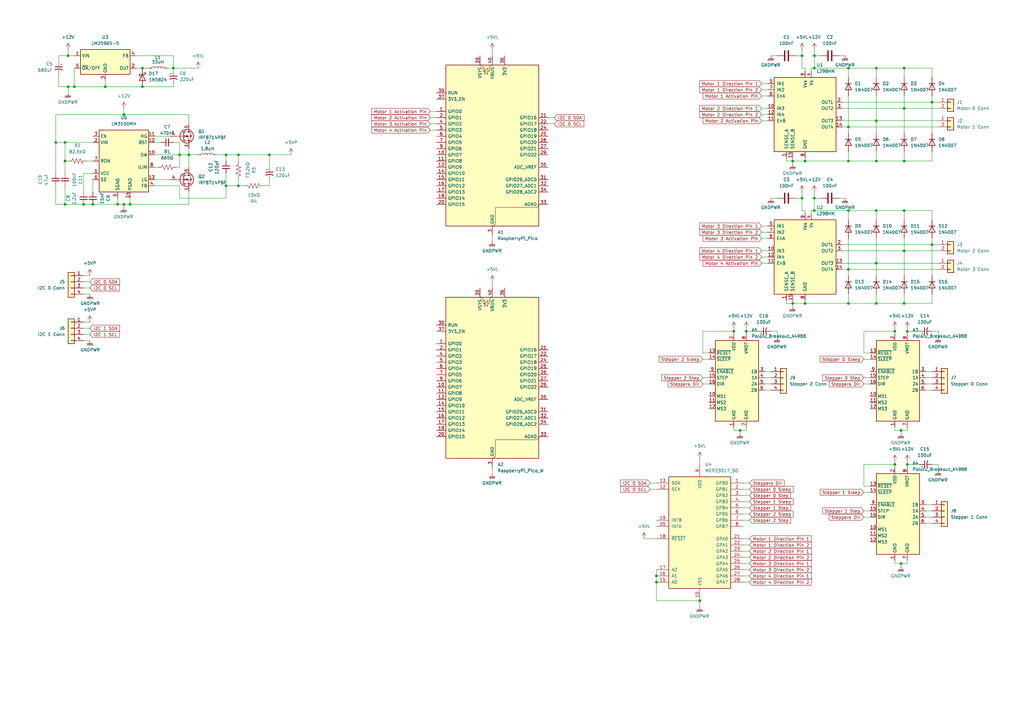
<source format=kicad_sch>
(kicad_sch (version 20250114) (generator "eeschema") (generator_version "9.0")
  (paper "A3")
  (junction (at 27.94 22.86))
  (junction (at 26.67 66.04))
  (junction (at 334.01 86.36))
  (junction (at 287.02 246.38))
  (junction (at 30.48 35.56))
  (junction (at 370.84 44.45))
  (junction (at 50.8 83.82))
  (junction (at 359.41 27.94))
  (junction (at 38.1 83.82))
  (junction (at 48.26 83.82))
  (junction (at 370.84 66.04))
  (junction (at 328.93 81.28))
  (junction (at 269.24 238.76))
  (junction (at 370.84 124.46))
  (junction (at 26.67 58.42))
  (junction (at 71.12 27.94))
  (junction (at 34.29 83.82))
  (junction (at 382.27 100.33))
  (junction (at 325.12 66.04))
  (junction (at 306.07 135.89))
  (junction (at 359.41 49.53))
  (junction (at 300.99 135.89))
  (junction (at 110.49 63.5))
  (junction (at 53.34 83.82))
  (junction (at 73.66 63.5))
  (junction (at 58.42 27.94))
  (junction (at 347.98 27.94))
  (junction (at 330.2 66.04))
  (junction (at 269.24 236.22))
  (junction (at 334.01 22.86))
  (junction (at 77.47 63.5))
  (junction (at 43.18 35.56))
  (junction (at 97.79 76.2))
  (junction (at 347.98 52.07))
  (junction (at 334.01 81.28))
  (junction (at 50.8 46.99))
  (junction (at 359.41 124.46))
  (junction (at 347.98 110.49))
  (junction (at 359.41 107.95))
  (junction (at 334.01 27.94))
  (junction (at 303.53 176.53))
  (junction (at 92.71 63.5))
  (junction (at 372.11 190.5))
  (junction (at 347.98 66.04))
  (junction (at 369.57 231.14))
  (junction (at 22.86 58.42))
  (junction (at 347.98 86.36))
  (junction (at 347.98 124.46))
  (junction (at 367.03 135.89))
  (junction (at 370.84 86.36))
  (junction (at 26.67 83.82))
  (junction (at 359.41 66.04))
  (junction (at 382.27 41.91))
  (junction (at 325.12 124.46))
  (junction (at 367.03 190.5))
  (junction (at 370.84 102.87))
  (junction (at 330.2 124.46))
  (junction (at 370.84 27.94))
  (junction (at 372.11 135.89))
  (junction (at 97.79 63.5))
  (junction (at 369.57 176.53))
  (junction (at 92.71 76.2))
  (junction (at 58.42 35.56))
  (junction (at 27.94 35.56))
  (junction (at 328.93 22.86))
  (junction (at 359.41 86.36))
  (wire (pts (xy 269.24 233.68) (xy 269.24 236.22)))
  (wire (pts (xy 347.98 66.04) (xy 359.41 66.04)))
  (wire (pts (xy 354.33 212.09) (xy 356.87 212.09)))
  (wire (pts (xy 359.41 107.95) (xy 359.41 113.03)))
  (wire (pts (xy 372.11 189.23) (xy 372.11 190.5)))
  (wire (pts (xy 77.47 60.96) (xy 77.47 63.5)))
  (wire (pts (xy 370.84 62.23) (xy 370.84 66.04)))
  (wire (pts (xy 326.39 81.28) (xy 328.93 81.28)))
  (wire (pts (xy 303.53 177.8) (xy 303.53 176.53)))
  (wire (pts (xy 332.74 86.36) (xy 334.01 86.36)))
  (wire (pts (xy 266.7 198.12) (xy 269.24 198.12)))
  (wire (pts (xy 307.34 205.74) (xy 304.8 205.74)))
  (wire (pts (xy 312.42 49.53) (xy 314.96 49.53)))
  (wire (pts (xy 26.67 66.04) (xy 27.94 66.04)))
  (wire (pts (xy 367.03 229.87) (xy 367.03 231.14)))
  (wire (pts (xy 359.41 124.46) (xy 370.84 124.46)))
  (wire (pts (xy 313.69 152.4) (xy 316.23 152.4)))
  (wire (pts (xy 307.34 231.14) (xy 304.8 231.14)))
  (wire (pts (xy 382.27 135.89) (xy 384.81 135.89)))
  (wire (pts (xy 72.39 68.58) (xy 73.66 68.58)))
  (wire (pts (xy 312.42 105.41) (xy 314.96 105.41)))
  (wire (pts (xy 318.77 135.89) (xy 318.77 138.43)))
  (wire (pts (xy 34.29 118.11) (xy 36.83 118.11)))
  (wire (pts (xy 307.34 203.2) (xy 304.8 203.2)))
  (wire (pts (xy 354.33 209.55) (xy 356.87 209.55)))
  (wire (pts (xy 316.23 22.86) (xy 318.77 22.86)))
  (wire (pts (xy 34.29 115.57) (xy 36.83 115.57)))
  (wire (pts (xy 370.84 124.46) (xy 382.27 124.46)))
  (wire (pts (xy 370.84 66.04) (xy 382.27 66.04)))
  (wire (pts (xy 63.5 58.42) (xy 66.04 58.42)))
  (wire (pts (xy 369.57 232.41) (xy 369.57 231.14)))
  (wire (pts (xy 22.86 76.2) (xy 22.86 83.82)))
  (wire (pts (xy 24.13 22.86) (xy 24.13 25.4)))
  (wire (pts (xy 359.41 62.23) (xy 359.41 66.04)))
  (wire (pts (xy 201.93 96.52) (xy 201.93 99.06)))
  (wire (pts (xy 325.12 64.77) (xy 325.12 66.04)))
  (wire (pts (xy 379.73 214.63) (xy 382.27 214.63)))
  (wire (pts (xy 328.93 78.74) (xy 328.93 81.28)))
  (wire (pts (xy 345.44 110.49) (xy 347.98 110.49)))
  (wire (pts (xy 176.53 48.26) (xy 179.07 48.26)))
  (wire (pts (xy 359.41 66.04) (xy 370.84 66.04)))
  (wire (pts (xy 288.29 147.32) (xy 290.83 147.32)))
  (wire (pts (xy 307.34 210.82) (xy 304.8 210.82)))
  (wire (pts (xy 379.73 154.94) (xy 382.27 154.94)))
  (wire (pts (xy 306.07 176.53) (xy 303.53 176.53)))
  (wire (pts (xy 370.84 86.36) (xy 370.84 90.17)))
  (wire (pts (xy 372.11 135.89) (xy 377.19 135.89)))
  (wire (pts (xy 307.34 208.28) (xy 304.8 208.28)))
  (wire (pts (xy 330.2 27.94) (xy 330.2 29.21)))
  (wire (pts (xy 264.16 220.98) (xy 269.24 220.98)))
  (wire (pts (xy 372.11 190.5) (xy 377.19 190.5)))
  (wire (pts (xy 110.49 68.58) (xy 110.49 63.5)))
  (wire (pts (xy 288.29 144.78) (xy 288.29 135.89)))
  (wire (pts (xy 384.81 190.5) (xy 384.81 193.04)))
  (wire (pts (xy 307.34 233.68) (xy 304.8 233.68)))
  (wire (pts (xy 110.49 76.2) (xy 107.95 76.2)))
  (wire (pts (xy 73.66 63.5) (xy 73.66 68.58)))
  (wire (pts (xy 359.41 49.53) (xy 384.81 49.53)))
  (wire (pts (xy 77.47 63.5) (xy 81.28 63.5)))
  (wire (pts (xy 334.01 86.36) (xy 347.98 86.36)))
  (wire (pts (xy 334.01 81.28) (xy 336.55 81.28)))
  (wire (pts (xy 322.58 123.19) (xy 322.58 124.46)))
  (wire (pts (xy 288.29 144.78) (xy 290.83 144.78)))
  (wire (pts (xy 367.03 175.26) (xy 367.03 176.53)))
  (wire (pts (xy 316.23 81.28) (xy 318.77 81.28)))
  (wire (pts (xy 330.2 86.36) (xy 328.93 86.36)))
  (wire (pts (xy 344.17 81.28) (xy 346.71 81.28)))
  (wire (pts (xy 382.27 120.65) (xy 382.27 124.46)))
  (wire (pts (xy 201.93 20.32) (xy 201.93 22.86)))
  (wire (pts (xy 370.84 27.94) (xy 370.84 31.75)))
  (wire (pts (xy 345.44 41.91) (xy 382.27 41.91)))
  (wire (pts (xy 55.88 27.94) (xy 58.42 27.94)))
  (wire (pts (xy 50.8 46.99) (xy 22.86 46.99)))
  (wire (pts (xy 312.42 36.83) (xy 314.96 36.83)))
  (wire (pts (xy 345.44 102.87) (xy 370.84 102.87)))
  (wire (pts (xy 38.1 83.82) (xy 48.26 83.82)))
  (wire (pts (xy 201.93 191.77) (xy 201.93 194.31)))
  (wire (pts (xy 330.2 87.63) (xy 330.2 86.36)))
  (wire (pts (xy 88.9 63.5) (xy 92.71 63.5)))
  (wire (pts (xy 347.98 39.37) (xy 347.98 52.07)))
  (wire (pts (xy 287.02 187.96) (xy 287.02 190.5)))
  (wire (pts (xy 73.66 63.5) (xy 77.47 63.5)))
  (wire (pts (xy 77.47 63.5) (xy 77.47 68.58)))
  (wire (pts (xy 312.42 97.79) (xy 314.96 97.79)))
  (wire (pts (xy 110.49 73.66) (xy 110.49 76.2)))
  (wire (pts (xy 73.66 76.2) (xy 63.5 76.2)))
  (wire (pts (xy 330.2 124.46) (xy 347.98 124.46)))
  (wire (pts (xy 334.01 22.86) (xy 334.01 27.94)))
  (wire (pts (xy 379.73 152.4) (xy 382.27 152.4)))
  (wire (pts (xy 367.03 134.62) (xy 367.03 135.89)))
  (wire (pts (xy 370.84 102.87) (xy 384.81 102.87)))
  (wire (pts (xy 354.33 199.39) (xy 356.87 199.39)))
  (wire (pts (xy 359.41 107.95) (xy 384.81 107.95)))
  (wire (pts (xy 345.44 49.53) (xy 359.41 49.53)))
  (wire (pts (xy 55.88 22.86) (xy 71.12 22.86)))
  (wire (pts (xy 328.93 22.86) (xy 328.93 27.94)))
  (wire (pts (xy 307.34 236.22) (xy 304.8 236.22)))
  (wire (pts (xy 345.44 100.33) (xy 382.27 100.33)))
  (wire (pts (xy 347.98 97.79) (xy 347.98 110.49)))
  (wire (pts (xy 22.86 71.12) (xy 22.86 58.42)))
  (wire (pts (xy 367.03 231.14) (xy 369.57 231.14)))
  (wire (pts (xy 354.33 147.32) (xy 356.87 147.32)))
  (wire (pts (xy 30.48 22.86) (xy 27.94 22.86)))
  (wire (pts (xy 77.47 83.82) (xy 53.34 83.82)))
  (wire (pts (xy 97.79 76.2) (xy 100.33 76.2)))
  (wire (pts (xy 325.12 124.46) (xy 325.12 125.73)))
  (wire (pts (xy 322.58 64.77) (xy 322.58 66.04)))
  (wire (pts (xy 334.01 20.32) (xy 334.01 22.86)))
  (wire (pts (xy 359.41 27.94) (xy 359.41 31.75)))
  (wire (pts (xy 359.41 90.17) (xy 359.41 86.36)))
  (wire (pts (xy 330.2 124.46) (xy 325.12 124.46)))
  (wire (pts (xy 382.27 100.33) (xy 382.27 113.03)))
  (wire (pts (xy 300.99 176.53) (xy 303.53 176.53)))
  (wire (pts (xy 38.1 73.66) (xy 38.1 78.74)))
  (wire (pts (xy 334.01 27.94) (xy 347.98 27.94)))
  (wire (pts (xy 307.34 226.06) (xy 304.8 226.06)))
  (wire (pts (xy 367.03 176.53) (xy 369.57 176.53)))
  (wire (pts (xy 71.12 22.86) (xy 71.12 27.94)))
  (wire (pts (xy 370.84 44.45) (xy 384.81 44.45)))
  (wire (pts (xy 312.42 95.25) (xy 314.96 95.25)))
  (wire (pts (xy 372.11 175.26) (xy 372.11 176.53)))
  (wire (pts (xy 77.47 78.74) (xy 77.47 83.82)))
  (wire (pts (xy 382.27 100.33) (xy 384.81 100.33)))
  (wire (pts (xy 27.94 35.56) (xy 30.48 35.56)))
  (wire (pts (xy 307.34 213.36) (xy 304.8 213.36)))
  (wire (pts (xy 71.12 27.94) (xy 81.28 27.94)))
  (wire (pts (xy 312.42 46.99) (xy 314.96 46.99)))
  (wire (pts (xy 370.84 44.45) (xy 370.84 54.61)))
  (wire (pts (xy 347.98 110.49) (xy 347.98 113.03)))
  (wire (pts (xy 36.83 139.7) (xy 34.29 139.7)))
  (wire (pts (xy 22.86 46.99) (xy 22.86 58.42)))
  (wire (pts (xy 382.27 31.75) (xy 382.27 27.94)))
  (wire (pts (xy 43.18 35.56) (xy 30.48 35.56)))
  (wire (pts (xy 288.29 154.94) (xy 290.83 154.94)))
  (wire (pts (xy 382.27 86.36) (xy 370.84 86.36)))
  (wire (pts (xy 77.47 50.8) (xy 77.47 46.99)))
  (wire (pts (xy 307.34 223.52) (xy 304.8 223.52)))
  (wire (pts (xy 307.34 220.98) (xy 304.8 220.98)))
  (wire (pts (xy 307.34 238.76) (xy 304.8 238.76)))
  (wire (pts (xy 58.42 35.56) (xy 71.12 35.56)))
  (wire (pts (xy 347.98 90.17) (xy 347.98 86.36)))
  (wire (pts (xy 287.02 246.38) (xy 287.02 248.92)))
  (wire (pts (xy 370.84 86.36) (xy 359.41 86.36)))
  (wire (pts (xy 22.86 58.42) (xy 26.67 58.42)))
  (wire (pts (xy 347.98 27.94) (xy 359.41 27.94)))
  (wire (pts (xy 372.11 231.14) (xy 369.57 231.14)))
  (wire (pts (xy 288.29 135.89) (xy 300.99 135.89)))
  (wire (pts (xy 379.73 207.01) (xy 382.27 207.01)))
  (wire (pts (xy 347.98 62.23) (xy 347.98 66.04)))
  (wire (pts (xy 354.33 190.5) (xy 367.03 190.5)))
  (wire (pts (xy 201.93 115.57) (xy 201.93 118.11)))
  (wire (pts (xy 34.29 137.16) (xy 36.83 137.16)))
  (wire (pts (xy 269.24 238.76) (xy 269.24 246.38)))
  (wire (pts (xy 92.71 63.5) (xy 92.71 66.04)))
  (wire (pts (xy 110.49 63.5) (xy 119.38 63.5)))
  (wire (pts (xy 359.41 86.36) (xy 347.98 86.36)))
  (wire (pts (xy 71.12 34.29) (xy 71.12 35.56)))
  (wire (pts (xy 306.07 135.89) (xy 306.07 137.16)))
  (wire (pts (xy 77.47 46.99) (xy 50.8 46.99)))
  (wire (pts (xy 334.01 78.74) (xy 334.01 81.28)))
  (wire (pts (xy 359.41 39.37) (xy 359.41 49.53)))
  (wire (pts (xy 312.42 39.37) (xy 314.96 39.37)))
  (wire (pts (xy 312.42 44.45) (xy 314.96 44.45)))
  (wire (pts (xy 313.69 157.48) (xy 316.23 157.48)))
  (wire (pts (xy 176.53 50.8) (xy 179.07 50.8)))
  (wire (pts (xy 269.24 236.22) (xy 269.24 238.76)))
  (wire (pts (xy 300.99 135.89) (xy 300.99 137.16)))
  (wire (pts (xy 359.41 120.65) (xy 359.41 124.46)))
  (wire (pts (xy 345.44 52.07) (xy 347.98 52.07)))
  (wire (pts (xy 382.27 97.79) (xy 382.27 100.33)))
  (wire (pts (xy 313.69 160.02) (xy 316.23 160.02)))
  (wire (pts (xy 382.27 190.5) (xy 384.81 190.5)))
  (wire (pts (xy 322.58 66.04) (xy 325.12 66.04)))
  (wire (pts (xy 328.93 27.94) (xy 330.2 27.94)))
  (wire (pts (xy 312.42 107.95) (xy 314.96 107.95)))
  (wire (pts (xy 334.01 81.28) (xy 334.01 86.36)))
  (wire (pts (xy 27.94 35.56) (xy 27.94 38.1)))
  (wire (pts (xy 92.71 63.5) (xy 97.79 63.5)))
  (wire (pts (xy 30.48 27.94) (xy 30.48 35.56)))
  (wire (pts (xy 354.33 135.89) (xy 367.03 135.89)))
  (wire (pts (xy 328.93 20.32) (xy 328.93 22.86)))
  (wire (pts (xy 359.41 27.94) (xy 370.84 27.94)))
  (wire (pts (xy 288.29 157.48) (xy 290.83 157.48)))
  (wire (pts (xy 312.42 92.71) (xy 314.96 92.71)))
  (wire (pts (xy 58.42 27.94) (xy 60.96 27.94)))
  (wire (pts (xy 92.71 81.28) (xy 92.71 76.2)))
  (wire (pts (xy 382.27 41.91) (xy 382.27 54.61)))
  (wire (pts (xy 73.66 76.2) (xy 73.66 81.28)))
  (wire (pts (xy 34.29 71.12) (xy 38.1 71.12)))
  (wire (pts (xy 334.01 27.94) (xy 332.74 27.94)))
  (wire (pts (xy 35.56 66.04) (xy 38.1 66.04)))
  (wire (pts (xy 379.73 160.02) (xy 382.27 160.02)))
  (wire (pts (xy 379.73 209.55) (xy 382.27 209.55)))
  (wire (pts (xy 359.41 97.79) (xy 359.41 107.95)))
  (wire (pts (xy 306.07 175.26) (xy 306.07 176.53)))
  (wire (pts (xy 372.11 135.89) (xy 372.11 137.16)))
  (wire (pts (xy 26.67 83.82) (xy 34.29 83.82)))
  (wire (pts (xy 370.84 97.79) (xy 370.84 102.87)))
  (wire (pts (xy 92.71 76.2) (xy 97.79 76.2)))
  (wire (pts (xy 372.11 134.62) (xy 372.11 135.89)))
  (wire (pts (xy 344.17 22.86) (xy 346.71 22.86)))
  (wire (pts (xy 370.84 120.65) (xy 370.84 124.46)))
  (wire (pts (xy 312.42 102.87) (xy 314.96 102.87)))
  (wire (pts (xy 48.26 81.28) (xy 48.26 83.82)))
  (wire (pts (xy 36.83 113.03) (xy 34.29 113.03)))
  (wire (pts (xy 50.8 83.82) (xy 53.34 83.82)))
  (wire (pts (xy 71.12 27.94) (xy 71.12 29.21)))
  (wire (pts (xy 269.24 246.38) (xy 287.02 246.38)))
  (wire (pts (xy 369.57 177.8) (xy 369.57 176.53)))
  (wire (pts (xy 379.73 157.48) (xy 382.27 157.48)))
  (wire (pts (xy 345.44 44.45) (xy 370.84 44.45)))
  (wire (pts (xy 332.74 27.94) (xy 332.74 29.21)))
  (wire (pts (xy 43.18 35.56) (xy 43.18 33.02)))
  (wire (pts (xy 354.33 144.78) (xy 354.33 135.89)))
  (wire (pts (xy 384.81 135.89) (xy 384.81 138.43)))
  (wire (pts (xy 24.13 35.56) (xy 27.94 35.56)))
  (wire (pts (xy 370.84 102.87) (xy 370.84 113.03)))
  (wire (pts (xy 266.7 200.66) (xy 269.24 200.66)))
  (wire (pts (xy 382.27 90.17) (xy 382.27 86.36)))
  (wire (pts (xy 367.03 135.89) (xy 367.03 137.16)))
  (wire (pts (xy 372.11 176.53) (xy 369.57 176.53)))
  (wire (pts (xy 372.11 229.87) (xy 372.11 231.14)))
  (wire (pts (xy 307.34 198.12) (xy 304.8 198.12)))
  (wire (pts (xy 34.29 78.74) (xy 34.29 71.12)))
  (wire (pts (xy 326.39 22.86) (xy 328.93 22.86)))
  (wire (pts (xy 332.74 87.63) (xy 332.74 86.36)))
  (wire (pts (xy 330.2 64.77) (xy 330.2 66.04)))
  (wire (pts (xy 24.13 30.48) (xy 24.13 35.56)))
  (wire (pts (xy 36.83 132.08) (xy 34.29 132.08)))
  (wire (pts (xy 328.93 81.28) (xy 328.93 86.36)))
  (wire (pts (xy 347.98 110.49) (xy 384.81 110.49)))
  (wire (pts (xy 347.98 52.07) (xy 347.98 54.61)))
  (wire (pts (xy 347.98 52.07) (xy 384.81 52.07)))
  (wire (pts (xy 325.12 66.04) (xy 330.2 66.04)))
  (wire (pts (xy 372.11 190.5) (xy 372.11 191.77)))
  (wire (pts (xy 24.13 22.86) (xy 27.94 22.86)))
  (wire (pts (xy 97.79 76.2) (xy 97.79 73.66)))
  (wire (pts (xy 92.71 71.12) (xy 92.71 76.2)))
  (wire (pts (xy 379.73 212.09) (xy 382.27 212.09)))
  (wire (pts (xy 325.12 66.04) (xy 325.12 67.31)))
  (wire (pts (xy 354.33 144.78) (xy 356.87 144.78)))
  (wire (pts (xy 367.03 190.5) (xy 367.03 191.77)))
  (wire (pts (xy 300.99 175.26) (xy 300.99 176.53)))
  (wire (pts (xy 316.23 135.89) (xy 318.77 135.89)))
  (wire (pts (xy 224.79 48.26) (xy 227.33 48.26)))
  (wire (pts (xy 34.29 134.62) (xy 36.83 134.62)))
  (wire (pts (xy 73.66 58.42) (xy 73.66 63.5)))
  (wire (pts (xy 224.79 50.8) (xy 227.33 50.8)))
  (wire (pts (xy 312.42 34.29) (xy 314.96 34.29)))
  (wire (pts (xy 300.99 134.62) (xy 300.99 135.89)))
  (wire (pts (xy 176.53 53.34) (xy 179.07 53.34)))
  (wire (pts (xy 354.33 157.48) (xy 356.87 157.48)))
  (wire (pts (xy 325.12 124.46) (xy 325.12 123.19)))
  (wire (pts (xy 306.07 135.89) (xy 311.15 135.89)))
  (wire (pts (xy 382.27 62.23) (xy 382.27 66.04)))
  (wire (pts (xy 354.33 154.94) (xy 356.87 154.94)))
  (wire (pts (xy 347.98 66.04) (xy 330.2 66.04)))
  (wire (pts (xy 382.27 39.37) (xy 382.27 41.91)))
  (wire (pts (xy 306.07 134.62) (xy 306.07 135.89)))
  (wire (pts (xy 26.67 58.42) (xy 38.1 58.42)))
  (wire (pts (xy 345.44 107.95) (xy 359.41 107.95)))
  (wire (pts (xy 382.27 41.91) (xy 384.81 41.91)))
  (wire (pts (xy 50.8 44.45) (xy 50.8 46.99)))
  (wire (pts (xy 176.53 45.72) (xy 179.07 45.72)))
  (wire (pts (xy 50.8 83.82) (xy 50.8 85.09)))
  (wire (pts (xy 63.5 63.5) (xy 73.66 63.5)))
  (wire (pts (xy 22.86 83.82) (xy 26.67 83.82)))
  (wire (pts (xy 48.26 83.82) (xy 50.8 83.82)))
  (wire (pts (xy 36.83 120.65) (xy 34.29 120.65)))
  (wire (pts (xy 307.34 228.6) (xy 304.8 228.6)))
  (wire (pts (xy 330.2 123.19) (xy 330.2 124.46)))
  (wire (pts (xy 27.94 22.86) (xy 27.94 20.32)))
  (wire (pts (xy 307.34 200.66) (xy 304.8 200.66)))
  (wire (pts (xy 347.98 120.65) (xy 347.98 124.46)))
  (wire (pts (xy 53.34 81.28) (xy 53.34 83.82)))
  (wire (pts (xy 71.12 58.42) (xy 73.66 58.42)))
  (wire (pts (xy 347.98 27.94) (xy 347.98 31.75)))
  (wire (pts (xy 354.33 199.39) (xy 354.33 190.5)))
  (wire (pts (xy 334.01 22.86) (xy 336.55 22.86)))
  (wire (pts (xy 354.33 201.93) (xy 356.87 201.93)))
  (wire (pts (xy 313.69 154.94) (xy 316.23 154.94)))
  (wire (pts (xy 43.18 35.56) (xy 58.42 35.56)))
  (wire (pts (xy 73.66 81.28) (xy 92.71 81.28)))
  (wire (pts (xy 370.84 27.94) (xy 382.27 27.94)))
  (wire (pts (xy 367.03 189.23) (xy 367.03 190.5)))
  (wire (pts (xy 63.5 68.58) (xy 64.77 68.58)))
  (wire (pts (xy 26.67 66.04) (xy 26.67 71.12)))
  (wire (pts (xy 34.29 83.82) (xy 38.1 83.82)))
  (wire (pts (xy 347.98 124.46) (xy 359.41 124.46)))
  (wire (pts (xy 97.79 66.04) (xy 97.79 63.5)))
  (wire (pts (xy 71.12 27.94) (xy 68.58 27.94)))
  (wire (pts (xy 26.67 58.42) (xy 26.67 66.04)))
  (wire (pts (xy 63.5 55.88) (xy 69.85 55.88)))
  (wire (pts (xy 26.67 76.2) (xy 26.67 83.82)))
  (wire (pts (xy 370.84 39.37) (xy 370.84 44.45)))
  (wire (pts (xy 322.58 124.46) (xy 325.12 124.46)))
  (wire (pts (xy 63.5 73.66) (xy 69.85 73.66)))
  (wire (pts (xy 359.41 49.53) (xy 359.41 54.61)))
  (wire (pts (xy 97.79 63.5) (xy 110.49 63.5)))
  (global_label "Stepper 0 Sleep" (shape input) (at 354.33 147.32 180) (property "Intersheetrefs" "${INTERSHEET_REFS}" (effects (hide yes))))
  (global_label "Motor 4 Activation Pin" (shape input) (at 176.53 53.34 180) (property "Intersheetrefs" "${INTERSHEET_REFS}" (effects (hide yes))))
  (global_label "Stepper 1 Sleep" (shape input) (at 354.33 201.93 180) (property "Intersheetrefs" "${INTERSHEET_REFS}" (effects (hide yes))))
  (global_label "Motor 3 Activation Pin" (shape input) (at 176.53 50.8 180) (property "Intersheetrefs" "${INTERSHEET_REFS}" (effects (hide yes))))
  (global_label "Motor 1 Direction Pin 2" (shape input) (at 307.34 223.52 0) (property "Intersheetrefs" "${INTERSHEET_REFS}" (effects (hide yes))))
  (global_label "Motor 2 Activation Pin" (shape input) (at 312.42 49.53 180) (property "Intersheetrefs" "${INTERSHEET_REFS}" (effects (hide yes))))
  (global_label "I2C 0 SDA" (shape input) (at 266.7 198.12 180) (property "Intersheetrefs" "${INTERSHEET_REFS}" (effects (hide yes))))
  (global_label "Motor 3 Direction Pin 2" (shape input) (at 307.34 233.68 0) (property "Intersheetrefs" "${INTERSHEET_REFS}" (effects (hide yes))))
  (global_label "Stepper 0 Sleep" (shape input) (at 307.34 200.66 0) (property "Intersheetrefs" "${INTERSHEET_REFS}" (effects (hide yes))))
  (global_label "I2C 1 SCL" (shape input) (at 36.83 137.16 0) (property "Intersheetrefs" "${INTERSHEET_REFS}" (effects (hide yes))))
  (global_label "Motor 3 Activation Pin" (shape input) (at 312.42 97.79 180) (property "Intersheetrefs" "${INTERSHEET_REFS}" (effects (hide yes))))
  (global_label "Motor 1 Activation Pin" (shape input) (at 312.42 39.37 180) (property "Intersheetrefs" "${INTERSHEET_REFS}" (effects (hide yes))))
  (global_label "I2C 0 SCL" (shape input) (at 227.33 50.8 0) (property "Intersheetrefs" "${INTERSHEET_REFS}" (effects (hide yes))))
  (global_label "Stepper 2 Step" (shape input) (at 288.29 154.94 180) (property "Intersheetrefs" "${INTERSHEET_REFS}" (effects (hide yes))))
  (global_label "Motor 2 Direction Pin 1" (shape input) (at 312.42 44.45 180) (property "Intersheetrefs" "${INTERSHEET_REFS}" (effects (hide yes))))
  (global_label "Steppers Dir" (shape input) (at 354.33 157.48 180) (property "Intersheetrefs" "${INTERSHEET_REFS}" (effects (hide yes))))
  (global_label "Stepper 2 Step" (shape input) (at 307.34 213.36 0) (property "Intersheetrefs" "${INTERSHEET_REFS}" (effects (hide yes))))
  (global_label "I2C 1 SDA" (shape input) (at 36.83 134.62 0) (property "Intersheetrefs" "${INTERSHEET_REFS}" (effects (hide yes))))
  (global_label "Motor 3 Direction Pin 2" (shape input) (at 312.42 95.25 180) (property "Intersheetrefs" "${INTERSHEET_REFS}" (effects (hide yes))))
  (global_label "Motor 1 Activation Pin" (shape input) (at 176.53 45.72 180) (property "Intersheetrefs" "${INTERSHEET_REFS}" (effects (hide yes))))
  (global_label "Steppers Dir" (shape input) (at 288.29 157.48 180) (property "Intersheetrefs" "${INTERSHEET_REFS}" (effects (hide yes))))
  (global_label "Motor 1 Direction Pin 2" (shape input) (at 312.42 36.83 180) (property "Intersheetrefs" "${INTERSHEET_REFS}" (effects (hide yes))))
  (global_label "Motor 2 Direction Pin 2" (shape input) (at 312.42 46.99 180) (property "Intersheetrefs" "${INTERSHEET_REFS}" (effects (hide yes))))
  (global_label "Stepper 0 Step" (shape input) (at 354.33 154.94 180) (property "Intersheetrefs" "${INTERSHEET_REFS}" (effects (hide yes))))
  (global_label "I2C 0 SCL" (shape input) (at 36.83 118.11 0) (property "Intersheetrefs" "${INTERSHEET_REFS}" (effects (hide yes))))
  (global_label "Motor 4 Direction Pin 2" (shape input) (at 312.42 105.41 180) (property "Intersheetrefs" "${INTERSHEET_REFS}" (effects (hide yes))))
  (global_label "Motor 4 Activation Pin" (shape input) (at 312.42 107.95 180) (property "Intersheetrefs" "${INTERSHEET_REFS}" (effects (hide yes))))
  (global_label "Motor 4 Direction Pin 1" (shape input) (at 312.42 102.87 180) (property "Intersheetrefs" "${INTERSHEET_REFS}" (effects (hide yes))))
  (global_label "I2C 0 SCL" (shape input) (at 266.7 200.66 180) (property "Intersheetrefs" "${INTERSHEET_REFS}" (effects (hide yes))))
  (global_label "I2C 0 SDA" (shape input) (at 227.33 48.26 0) (property "Intersheetrefs" "${INTERSHEET_REFS}" (effects (hide yes))))
  (global_label "Motor 2 Activation Pin" (shape input) (at 176.53 48.26 180) (property "Intersheetrefs" "${INTERSHEET_REFS}" (effects (hide yes))))
  (global_label "Motor 4 Direction Pin 2" (shape input) (at 307.34 238.76 0) (property "Intersheetrefs" "${INTERSHEET_REFS}" (effects (hide yes))))
  (global_label "Stepper 0 Step" (shape input) (at 307.34 203.2 0) (property "Intersheetrefs" "${INTERSHEET_REFS}" (effects (hide yes))))
  (global_label "Stepper 1 Step" (shape input) (at 354.33 209.55 180) (property "Intersheetrefs" "${INTERSHEET_REFS}" (effects (hide yes))))
  (global_label "I2C 0 SDA" (shape input) (at 36.83 115.57 0) (property "Intersheetrefs" "${INTERSHEET_REFS}" (effects (hide yes))))
  (global_label "Stepper 2 Sleep" (shape input) (at 307.34 210.82 0) (property "Intersheetrefs" "${INTERSHEET_REFS}" (effects (hide yes))))
  (global_label "Motor 1 Direction Pin 1" (shape input) (at 312.42 34.29 180) (property "Intersheetrefs" "${INTERSHEET_REFS}" (effects (hide yes))))
  (global_label "Stepper 1 Step" (shape input) (at 307.34 208.28 0) (property "Intersheetrefs" "${INTERSHEET_REFS}" (effects (hide yes))))
  (global_label "Motor 3 Direction Pin 1" (shape input) (at 307.34 231.14 0) (property "Intersheetrefs" "${INTERSHEET_REFS}" (effects (hide yes))))
  (global_label "Stepper 1 Sleep" (shape input) (at 307.34 205.74 0) (property "Intersheetrefs" "${INTERSHEET_REFS}" (effects (hide yes))))
  (global_label "Steppers Dir" (shape input) (at 307.34 198.12 0) (property "Intersheetrefs" "${INTERSHEET_REFS}" (effects (hide yes))))
  (global_label "Motor 2 Direction Pin 1" (shape input) (at 307.34 226.06 0) (property "Intersheetrefs" "${INTERSHEET_REFS}" (effects (hide yes))))
  (global_label "Stepper 2 Sleep" (shape input) (at 288.29 147.32 180) (property "Intersheetrefs" "${INTERSHEET_REFS}" (effects (hide yes))))
  (global_label "Motor 2 Direction Pin 2" (shape input) (at 307.34 228.6 0) (property "Intersheetrefs" "${INTERSHEET_REFS}" (effects (hide yes))))
  (global_label "Steppers Dir" (shape input) (at 354.33 212.09 180) (property "Intersheetrefs" "${INTERSHEET_REFS}" (effects (hide yes))))
  (global_label "Motor 1 Direction Pin 1" (shape input) (at 307.34 220.98 0) (property "Intersheetrefs" "${INTERSHEET_REFS}" (effects (hide yes))))
  (global_label "Motor 3 Direction Pin 1" (shape input) (at 312.42 92.71 180) (property "Intersheetrefs" "${INTERSHEET_REFS}" (effects (hide yes))))
  (global_label "Motor 4 Direction Pin 1" (shape input) (at 307.34 236.22 0) (property "Intersheetrefs" "${INTERSHEET_REFS}" (effects (hide yes))))
  (symbol (lib_id "power:GNDPWR") (at 27.94 38.1 0) (unit 1)
    (property "Reference" "#PWR014" (effects (hide yes)))
    (property "Value" "GNDPWR" (at 27.813 41.91 0))
    (property "Description" "Power symbol creates a global label with name \"GNDPWR\" , global ground" (effects (hide yes)))
  )
  (symbol (lib_id "Connector_Generic:Conn_01x02") (at 389.89 41.91 0) (unit 1)
    (property "Reference" "J1" (at 392.43 41.9099 0) (effects (justify left)))
    (property "Value" "Motor 0 Conn" (at 392.43 44.4499 0) (effects (justify left)))
    (property "Description" "Generic connector, single row, 01x02, script generated (kicad-library-utils/schlib/autogen/connector/)" (effects (hide yes)))
  )
  (symbol (lib_id "Diode:1N4007") (at 347.98 35.56 270) (unit 1)
    (property "Reference" "D1" (at 350.52 34.2899 90) (effects (justify left)))
    (property "Value" "1N4007" (at 350.52 36.8299 90) (effects (justify left)))
    (property "Footprint" "Diode_THT:D_DO-41_SOD81_P10.16mm_Horizontal" (effects (hide yes)))
    (property "Datasheet" "http://www.vishay.com/docs/88503/1n4001.pdf" (effects (hide yes)))
    (property "Description" "1000V 1A General Purpose Rectifier Diode, DO-41" (effects (hide yes)))
    (property "Sim.Device" "D" (effects (hide yes)))
    (property "Sim.Pins" "1=K 2=A" (effects (hide yes)))
  )
  (symbol (lib_id "Driver_Motor:L298HN") (at 330.2 46.99 0) (unit 1)
    (property "Reference" "U1" (at 334.8833 26.67 0) (effects (justify left)))
    (property "Value" "L298HN" (at 334.8833 29.21 0) (effects (justify left)))
    (property "Footprint" "Package_TO_SOT_THT:TO-220-15_P2.54x2.54mm_StaggerOdd_Lead5.84mm_TabDown" (effects (hide yes)))
    (property "Datasheet" "http://www.st.com/st-web-ui/static/active/en/resource/technical/document/datasheet/CD00000240.pdf" (effects (hide yes)))
    (property "Description" "Dual full bridge motor driver, up to 46V, 4A, Multiwatt15-H" (effects (hide yes)))
  )
  (symbol (lib_id "Diode:1N4007") (at 347.98 116.84 270) (unit 1)
    (property "Reference" "D13" (at 350.52 115.5699 90) (effects (justify left)))
    (property "Value" "1N4007" (at 350.52 118.1099 90) (effects (justify left)))
    (property "Footprint" "Diode_THT:D_DO-41_SOD81_P10.16mm_Horizontal" (effects (hide yes)))
    (property "Datasheet" "http://www.vishay.com/docs/88503/1n4001.pdf" (effects (hide yes)))
    (property "Description" "1000V 1A General Purpose Rectifier Diode, DO-41" (effects (hide yes)))
    (property "Sim.Device" "D" (effects (hide yes)))
    (property "Sim.Pins" "1=K 2=A" (effects (hide yes)))
  )
  (symbol (lib_id "power:GNDPWR") (at 369.57 232.41 0) (unit 1)
    (property "Reference" "#PWR031" (effects (hide yes)))
    (property "Value" "GNDPWR" (at 369.443 236.22 0))
    (property "Description" "Power symbol creates a global label with name \"GNDPWR\" , global ground" (effects (hide yes)))
  )
  (symbol (lib_id "power:+5VL") (at 201.93 115.57 0) (unit 1)
    (property "Reference" "#PWR038" (effects (hide yes)))
    (property "Value" "+5VL" (at 201.93 110.49 0))
    (property "Description" "Power symbol creates a global label with name \"+5VL\"" (effects (hide yes)))
  )
  (symbol (lib_id "Connector_Generic:Conn_01x04") (at 29.21 134.62 0) (mirror y) (unit 1)
    (property "Reference" "J6" (at 26.67 134.6199 0) (effects (justify left)))
    (property "Value" "I2C 1 Conn" (at 26.67 137.1599 0) (effects (justify left)))
    (property "Description" "Generic connector, single row, 01x04, script generated (kicad-library-utils/schlib/autogen/connector/)" (effects (hide yes)))
  )
  (symbol (lib_id "power:+12V") (at 334.01 20.32 0) (unit 1)
    (property "Reference" "#PWR04" (effects (hide yes)))
    (property "Value" "+12V" (at 334.01 15.24 0))
    (property "Description" "Power symbol creates a global label with name \"+12V\"" (effects (hide yes)))
  )
  (symbol (lib_id "power:+5VP") (at 36.83 113.03 0) (mirror y) (unit 1)
    (property "Reference" "#PWR021" (effects (hide yes)))
    (property "Value" "+5VP" (at 36.83 107.95 0))
    (property "Description" "Power symbol creates a global label with name \"+5VP\"" (effects (hide yes)))
  )
  (symbol (lib_id "power:GNDPWR") (at 346.71 81.28 0) (unit 1)
    (property "Reference" "#PWR010" (effects (hide yes)))
    (property "Value" "GNDPWR" (at 346.583 85.09 0))
    (property "Description" "Power symbol creates a global label with name \"GNDPWR\" , global ground" (effects (hide yes)))
  )
  (symbol (lib_id "Transistor_FET:IRF8721PBF-1") (at 74.93 73.66 0) (unit 1)
    (property "Reference" "Q2" (at 81.28 72.3899 0) (effects (justify left)))
    (property "Value" "IRF8714PBF" (at 81.28 74.9299 0) (effects (justify left)))
    (property "Footprint" "Package_SO:SOIC-8_3.9x4.9mm_P1.27mm" (effects (hide yes)))
    (property "Datasheet" "http://www.irf.com/product-info/datasheets/data/irf8721pbf-1.pdf" (effects (hide yes)))
    (property "Description" "14A Id, 30V Vds, HEXFET N-Channel MOSFET, SO-8" (effects (hide yes)))
  )
  (symbol (lib_id "Driver_Motor:Pololu_Breakout_A4988") (at 300.99 154.94 0) (unit 1)
    (property "Reference" "A5" (at 308.2133 134.62 0) (effects (justify left top)))
    (property "Value" "Pololu_Breakout_A4988" (at 308.2133 137.16 0) (effects (justify left top)))
    (property "Footprint" "Module:Pololu_Breakout-16_15.2x20.3mm" (effects (hide yes)))
    (property "Datasheet" "https://www.pololu.com/product/2980/pictures" (effects (hide yes)))
    (property "Description" "Pololu Breakout Board, Stepper Driver A4988" (effects (hide yes)))
  )
  (symbol (lib_id "power:GNDPWR") (at 36.83 139.7 0) (mirror y) (unit 1)
    (property "Reference" "#PWR024" (effects (hide yes)))
    (property "Value" "GNDPWR" (at 36.957 143.51 0))
    (property "Description" "Power symbol creates a global label with name \"GNDPWR\" , global ground" (effects (hide yes)))
  )
  (symbol (lib_id "power:GNDPWR") (at 316.23 22.86 0) (unit 1)
    (property "Reference" "#PWR08" (effects (hide yes)))
    (property "Value" "GNDPWR" (at 316.103 26.67 0))
    (property "Description" "Power symbol creates a global label with name \"GNDPWR\" , global ground" (effects (hide yes)))
  )
  (symbol (lib_id "Regulator_Switching:LM3150MH") (at 50.8 66.04 0) (unit 1)
    (property "Reference" "U6" (at 50.8 48.26 0))
    (property "Value" "LM3150MH" (at 50.8 50.8 0))
    (property "Footprint" "Package_SO:HTSSOP-14-1EP_4.4x5mm_P0.65mm_EP3.4x5mm_Mask3x3.1mm" (effects (hide yes)))
    (property "Datasheet" "http://www.ti.com/lit/ds/symlink/lm3150.pdf" (effects (hide yes)))
    (property "Description" "42V Wide Vin synchronous Buck controller, HTSSOP-14" (effects (hide yes)))
  )
  (symbol (lib_id "Connector_Generic:Conn_01x02") (at 389.89 100.33 0) (unit 1)
    (property "Reference" "J3" (at 392.43 100.3299 0) (effects (justify left)))
    (property "Value" "Motor 2 Conn" (at 392.43 102.8699 0) (effects (justify left)))
    (property "Description" "Generic connector, single row, 01x02, script generated (kicad-library-utils/schlib/autogen/connector/)" (effects (hide yes)))
  )
  (symbol (lib_id "Diode:1N4007") (at 359.41 58.42 270) (unit 1)
    (property "Reference" "D6" (at 361.95 57.1499 90) (effects (justify left)))
    (property "Value" "1N4007" (at 361.95 59.6899 90) (effects (justify left)))
    (property "Footprint" "Diode_THT:D_DO-41_SOD81_P10.16mm_Horizontal" (effects (hide yes)))
    (property "Datasheet" "http://www.vishay.com/docs/88503/1n4001.pdf" (effects (hide yes)))
    (property "Description" "1000V 1A General Purpose Rectifier Diode, DO-41" (effects (hide yes)))
    (property "Sim.Device" "D" (effects (hide yes)))
    (property "Sim.Pins" "1=K 2=A" (effects (hide yes)))
  )
  (symbol (lib_id "Regulator_Switching:LM2596S-5") (at 43.18 25.4 0) (unit 1)
    (property "Reference" "U3" (at 43.18 15.24 0))
    (property "Value" "LM2596S-5" (at 43.18 17.78 0))
    (property "Footprint" "Package_TO_SOT_SMD:TO-263-5_TabPin3" (effects (hide yes)))
    (property "Datasheet" "http://www.ti.com/lit/ds/symlink/lm2596.pdf" (effects (hide yes)))
    (property "Description" "5V 3A Step-Down Voltage Regulator, TO-263" (effects (hide yes)))
  )
  (symbol (lib_id "Diode:1N4007") (at 382.27 116.84 270) (unit 1)
    (property "Reference" "D16" (at 384.81 115.5699 90) (effects (justify left)))
    (property "Value" "1N4007" (at 384.81 118.1099 90) (effects (justify left)))
    (property "Footprint" "Diode_THT:D_DO-41_SOD81_P10.16mm_Horizontal" (effects (hide yes)))
    (property "Datasheet" "http://www.vishay.com/docs/88503/1n4001.pdf" (effects (hide yes)))
    (property "Description" "1000V 1A General Purpose Rectifier Diode, DO-41" (effects (hide yes)))
    (property "Sim.Device" "D" (effects (hide yes)))
    (property "Sim.Pins" "1=K 2=A" (effects (hide yes)))
  )
  (symbol (lib_id "Transistor_FET:IRF8721PBF-1") (at 74.93 55.88 0) (unit 1)
    (property "Reference" "Q1" (at 81.28 54.6099 0) (effects (justify left bottom)))
    (property "Value" "IRF8714PBF" (at 81.28 57.1499 0) (effects (justify left bottom)))
    (property "Footprint" "Package_SO:SOIC-8_3.9x4.9mm_P1.27mm" (effects (hide yes)))
    (property "Datasheet" "http://www.irf.com/product-info/datasheets/data/irf8721pbf-1.pdf" (effects (hide yes)))
    (property "Description" "14A Id, 30V Vds, HEXFET N-Channel MOSFET, SO-8" (effects (hide yes)))
  )
  (symbol (lib_id "Device:C_Polarized_Small_US") (at 379.73 135.89 90) (unit 1)
    (property "Reference" "C14" (at 379.2982 129.54 90))
    (property "Value" "100uF" (at 379.2982 132.08 90))
    (property "Description" "Polarized capacitor, small US symbol" (effects (hide yes)))
  )
  (symbol (lib_id "Device:C_Polarized_Small_US") (at 24.13 27.94 0) (mirror y) (unit 1)
    (property "Reference" "C5" (at 21.59 26.2381 0) (effects (justify left)))
    (property "Value" "680uF" (at 21.59 28.7781 0) (effects (justify left)))
    (property "Description" "Polarized capacitor, small US symbol" (effects (hide yes)))
  )
  (symbol (lib_id "power:GNDPWR") (at 287.02 248.92 0) (unit 1)
    (property "Reference" "#PWR017" (effects (hide yes)))
    (property "Value" "GNDPWR" (at 286.893 252.73 0))
    (property "Description" "Power symbol creates a global label with name \"GNDPWR\" , global ground" (effects (hide yes)))
  )
  (symbol (lib_id "power:+5VP") (at 81.28 27.94 0) (unit 1)
    (property "Reference" "#PWR011" (effects (hide yes)))
    (property "Value" "+5VL" (at 81.28 22.86 0))
    (property "Description" "Power symbol creates a global label with name \"+5VP\"" (effects (hide yes)))
  )
  (symbol (lib_id "Connector_Generic:Conn_01x04") (at 387.35 154.94 0) (unit 1)
    (property "Reference" "J7" (at 389.89 154.9399 0) (effects (justify left)))
    (property "Value" "Stepper 0 Conn" (at 389.89 157.4799 0) (effects (justify left)))
    (property "Description" "Generic connector, single row, 01x04, script generated (kicad-library-utils/schlib/autogen/connector/)" (effects (hide yes)))
  )
  (symbol (lib_id "power:+12V") (at 372.11 134.62 0) (unit 1)
    (property "Reference" "#PWR026" (effects (hide yes)))
    (property "Value" "+12V" (at 372.11 129.54 0))
    (property "Description" "Power symbol creates a global label with name \"+12V\"" (effects (hide yes)))
  )
  (symbol (lib_id "Diode:1N5822") (at 58.42 31.75 270) (unit 1)
    (property "Reference" "D17" (at 60.96 30.1624 90) (effects (justify left)))
    (property "Value" "1N5824" (at 60.96 32.7024 90) (effects (justify left)))
    (property "Footprint" "Diode_THT:D_DO-201AD_P15.24mm_Horizontal" (effects (hide yes)))
    (property "Datasheet" "http://www.vishay.com/docs/88526/1n5820.pdf" (effects (hide yes)))
    (property "Description" "40V 3A Schottky Barrier Rectifier Diode, DO-201AD" (effects (hide yes)))
  )
  (symbol (lib_id "Device:C_Small") (at 38.1 81.28 0) (unit 1)
    (property "Reference" "C9" (at 44.45 81.2863 90))
    (property "Value" "15nF" (at 41.91 81.2863 90))
    (property "Description" "Unpolarized capacitor, small symbol" (effects (hide yes)))
  )
  (symbol (lib_id "Connector_Generic:Conn_01x04") (at 29.21 115.57 0) (mirror y) (unit 1)
    (property "Reference" "J5" (at 26.67 115.5699 0) (effects (justify left)))
    (property "Value" "I2C 0 Conn" (at 26.67 118.1099 0) (effects (justify left)))
    (property "Description" "Generic connector, single row, 01x04, script generated (kicad-library-utils/schlib/autogen/connector/)" (effects (hide yes)))
  )
  (symbol (lib_id "Device:R_US") (at 104.14 76.2 90) (mirror x) (unit 1)
    (property "Reference" "R4" (at 104.14 82.55 90))
    (property "Value" "10kΩ" (at 104.14 80.01 90))
    (property "Description" "Resistor, US symbol" (effects (hide yes)))
  )
  (symbol (lib_id "power:GNDPWR") (at 369.57 177.8 0) (unit 1)
    (property "Reference" "#PWR028" (effects (hide yes)))
    (property "Value" "GNDPWR" (at 369.443 181.61 0))
    (property "Description" "Power symbol creates a global label with name \"GNDPWR\" , global ground" (effects (hide yes)))
  )
  (symbol (lib_id "power:GNDPWR") (at 384.81 138.43 0) (unit 1)
    (property "Reference" "#PWR029" (effects (hide yes)))
    (property "Value" "GNDPWR" (at 384.683 142.24 0))
    (property "Description" "Power symbol creates a global label with name \"GNDPWR\" , global ground" (effects (hide yes)))
  )
  (symbol (lib_id "Device:L") (at 85.09 63.5 90) (unit 1)
    (property "Reference" "L2" (at 85.09 58.42 90))
    (property "Value" "1.8uH" (at 85.09 60.96 90))
    (property "Description" "Inductor" (effects (hide yes)))
  )
  (symbol (lib_id "power:GNDPWR") (at 201.93 99.06 0) (unit 1)
    (property "Reference" "#PWR012" (effects (hide yes)))
    (property "Value" "GNDPWR" (at 201.803 102.87 0))
    (property "Description" "Power symbol creates a global label with name \"GNDPWR\" , global ground" (effects (hide yes)))
  )
  (symbol (lib_id "Diode:1N4007") (at 347.98 93.98 270) (unit 1)
    (property "Reference" "D9" (at 350.52 92.7099 90) (effects (justify left)))
    (property "Value" "1N4007" (at 350.52 95.2499 90) (effects (justify left)))
    (property "Footprint" "Diode_THT:D_DO-41_SOD81_P10.16mm_Horizontal" (effects (hide yes)))
    (property "Datasheet" "http://www.vishay.com/docs/88503/1n4001.pdf" (effects (hide yes)))
    (property "Description" "1000V 1A General Purpose Rectifier Diode, DO-41" (effects (hide yes)))
    (property "Sim.Device" "D" (effects (hide yes)))
    (property "Sim.Pins" "1=K 2=A" (effects (hide yes)))
  )
  (symbol (lib_id "Diode:1N4007") (at 347.98 58.42 270) (unit 1)
    (property "Reference" "D5" (at 350.52 57.1499 90) (effects (justify left)))
    (property "Value" "1N4007" (at 350.52 59.6899 90) (effects (justify left)))
    (property "Footprint" "Diode_THT:D_DO-41_SOD81_P10.16mm_Horizontal" (effects (hide yes)))
    (property "Datasheet" "http://www.vishay.com/docs/88503/1n4001.pdf" (effects (hide yes)))
    (property "Description" "1000V 1A General Purpose Rectifier Diode, DO-41" (effects (hide yes)))
    (property "Sim.Device" "D" (effects (hide yes)))
    (property "Sim.Pins" "1=K 2=A" (effects (hide yes)))
  )
  (symbol (lib_id "power:+12V") (at 306.07 134.62 0) (unit 1)
    (property "Reference" "#PWR036" (effects (hide yes)))
    (property "Value" "+12V" (at 306.07 129.54 0))
    (property "Description" "Power symbol creates a global label with name \"+12V\"" (effects (hide yes)))
  )
  (symbol (lib_id "Diode:1N4007") (at 359.41 93.98 270) (unit 1)
    (property "Reference" "D10" (at 361.95 92.7099 90) (effects (justify left)))
    (property "Value" "1N4007" (at 361.95 95.2499 90) (effects (justify left)))
    (property "Footprint" "Diode_THT:D_DO-41_SOD81_P10.16mm_Horizontal" (effects (hide yes)))
    (property "Datasheet" "http://www.vishay.com/docs/88503/1n4001.pdf" (effects (hide yes)))
    (property "Description" "1000V 1A General Purpose Rectifier Diode, DO-41" (effects (hide yes)))
    (property "Sim.Device" "D" (effects (hide yes)))
    (property "Sim.Pins" "1=K 2=A" (effects (hide yes)))
  )
  (symbol (lib_id "Diode:1N4007") (at 359.41 35.56 270) (unit 1)
    (property "Reference" "D2" (at 361.95 34.2899 90) (effects (justify left)))
    (property "Value" "1N4007" (at 361.95 36.8299 90) (effects (justify left)))
    (property "Footprint" "Diode_THT:D_DO-41_SOD81_P10.16mm_Horizontal" (effects (hide yes)))
    (property "Datasheet" "http://www.vishay.com/docs/88503/1n4001.pdf" (effects (hide yes)))
    (property "Description" "1000V 1A General Purpose Rectifier Diode, DO-41" (effects (hide yes)))
    (property "Sim.Device" "D" (effects (hide yes)))
    (property "Sim.Pins" "1=K 2=A" (effects (hide yes)))
  )
  (symbol (lib_id "Diode:1N4007") (at 359.41 116.84 270) (unit 1)
    (property "Reference" "D14" (at 361.95 115.5699 90) (effects (justify left)))
    (property "Value" "1N4007" (at 361.95 118.1099 90) (effects (justify left)))
    (property "Footprint" "Diode_THT:D_DO-41_SOD81_P10.16mm_Horizontal" (effects (hide yes)))
    (property "Datasheet" "http://www.vishay.com/docs/88503/1n4001.pdf" (effects (hide yes)))
    (property "Description" "1000V 1A General Purpose Rectifier Diode, DO-41" (effects (hide yes)))
    (property "Sim.Device" "D" (effects (hide yes)))
    (property "Sim.Pins" "1=K 2=A" (effects (hide yes)))
  )
  (symbol (lib_id "Interface_Expansion:MCP23017_SO") (at 287.02 218.44 0) (unit 1)
    (property "Reference" "U4" (at 289.1633 190.5 0) (effects (justify left)))
    (property "Value" "MCP23017_SO" (at 289.1633 193.04 0) (effects (justify left)))
    (property "Footprint" "Package_SO:SOIC-28W_7.5x17.9mm_P1.27mm" (effects (hide yes)))
    (property "Datasheet" "https://ww1.microchip.com/downloads/aemDocuments/documents/APID/ProductDocuments/DataSheets/MCP23017-Data-Sheet-DS20001952.pdf" (effects (hide yes)))
    (property "Description" "16-bit I/O expander, I2C, interrupts, w pull-ups, GPA/B7 output only (https://microchip.my.site.com/s/article/GPA7---GPB7-Cannot-Be-Used-as-Inputs-In-MCP23017),  SOIC-28" (effects (hide yes)))
  )
  (symbol (lib_id "Connector_Generic:Conn_01x04") (at 387.35 209.55 0) (unit 1)
    (property "Reference" "J8" (at 389.89 209.5499 0) (effects (justify left)))
    (property "Value" "Stepper 1 Conn" (at 389.89 212.0899 0) (effects (justify left)))
    (property "Description" "Generic connector, single row, 01x04, script generated (kicad-library-utils/schlib/autogen/connector/)" (effects (hide yes)))
  )
  (symbol (lib_id "Diode:1N4007") (at 370.84 116.84 270) (unit 1)
    (property "Reference" "D15" (at 373.38 115.5699 90) (effects (justify left)))
    (property "Value" "1N4007" (at 373.38 118.1099 90) (effects (justify left)))
    (property "Footprint" "Diode_THT:D_DO-41_SOD81_P10.16mm_Horizontal" (effects (hide yes)))
    (property "Datasheet" "http://www.vishay.com/docs/88503/1n4001.pdf" (effects (hide yes)))
    (property "Description" "1000V 1A General Purpose Rectifier Diode, DO-41" (effects (hide yes)))
    (property "Sim.Device" "D" (effects (hide yes)))
    (property "Sim.Pins" "1=K 2=A" (effects (hide yes)))
  )
  (symbol (lib_id "Device:R_US") (at 31.75 66.04 90) (unit 1)
    (property "Reference" "R2" (at 31.75 59.69 90))
    (property "Value" "82.5kΩ" (at 31.75 62.23 90))
    (property "Description" "Resistor, US symbol" (effects (hide yes)))
  )
  (symbol (lib_id "Device:C_Small") (at 34.29 81.28 0) (mirror y) (unit 1)
    (property "Reference" "C8" (at 27.94 81.2863 90))
    (property "Value" "2.2uF" (at 30.48 81.2863 90))
    (property "Description" "Unpolarized capacitor, small symbol" (effects (hide yes)))
  )
  (symbol (lib_id "power:GNDPWR") (at 325.12 67.31 0) (unit 1)
    (property "Reference" "#PWR02" (effects (hide yes)))
    (property "Value" "GNDPWR" (at 324.993 71.12 0))
    (property "Description" "Power symbol creates a global label with name \"GNDPWR\" , global ground" (effects (hide yes)))
  )
  (symbol (lib_id "power:+12V") (at 27.94 20.32 0) (unit 1)
    (property "Reference" "#PWR013" (effects (hide yes)))
    (property "Value" "+12V" (at 27.94 15.24 0))
    (property "Description" "Power symbol creates a global label with name \"+12V\"" (effects (hide yes)))
  )
  (symbol (lib_id "power:+5VL") (at 328.93 20.32 0) (unit 1)
    (property "Reference" "#PWR015" (effects (hide yes)))
    (property "Value" "+5VL" (at 328.93 15.24 0))
    (property "Description" "Power symbol creates a global label with name \"+5VL\"" (effects (hide yes)))
  )
  (symbol (lib_id "power:GNDPWR") (at 346.71 22.86 0) (unit 1)
    (property "Reference" "#PWR07" (effects (hide yes)))
    (property "Value" "GNDPWR" (at 346.583 26.67 0))
    (property "Description" "Power symbol creates a global label with name \"GNDPWR\" , global ground" (effects (hide yes)))
  )
  (symbol (lib_id "power:+5VP") (at 36.83 132.08 0) (mirror y) (unit 1)
    (property "Reference" "#PWR023" (effects (hide yes)))
    (property "Value" "+5VP" (at 36.83 127 0))
    (property "Description" "Power symbol creates a global label with name \"+5VP\"" (effects (hide yes)))
  )
  (symbol (lib_id "Driver_Motor:L298HN") (at 330.2 105.41 0) (unit 1)
    (property "Reference" "U2" (at 334.8833 85.09 0) (effects (justify left)))
    (property "Value" "L298HN" (at 334.8833 87.63 0) (effects (justify left)))
    (property "Footprint" "Package_TO_SOT_THT:TO-220-15_P2.54x2.54mm_StaggerOdd_Lead5.84mm_TabDown" (effects (hide yes)))
    (property "Datasheet" "http://www.st.com/st-web-ui/static/active/en/resource/technical/document/datasheet/CD00000240.pdf" (effects (hide yes)))
    (property "Description" "Dual full bridge motor driver, up to 46V, 4A, Multiwatt15-H" (effects (hide yes)))
  )
  (symbol (lib_id "Driver_Motor:Pololu_Breakout_A4988") (at 367.03 154.94 0) (unit 1)
    (property "Reference" "A3" (at 374.2533 134.62 0) (effects (justify left top)))
    (property "Value" "Pololu_Breakout_A4988" (at 374.2533 137.16 0) (effects (justify left top)))
    (property "Footprint" "Module:Pololu_Breakout-16_15.2x20.3mm" (effects (hide yes)))
    (property "Datasheet" "https://www.pololu.com/product/2980/pictures" (effects (hide yes)))
    (property "Description" "Pololu Breakout Board, Stepper Driver A4988" (effects (hide yes)))
  )
  (symbol (lib_id "power:GNDPWR") (at 384.81 193.04 0) (unit 1)
    (property "Reference" "#PWR033" (effects (hide yes)))
    (property "Value" "GNDPWR" (at 384.683 196.85 0))
    (property "Description" "Power symbol creates a global label with name \"GNDPWR\" , global ground" (effects (hide yes)))
  )
  (symbol (lib_id "Device:C_Polarized_Small_US") (at 110.49 71.12 0) (unit 1)
    (property "Reference" "C13" (at 113.03 69.4181 0) (effects (justify left)))
    (property "Value" "120uF" (at 113.03 71.9581 0) (effects (justify left)))
    (property "Description" "Polarized capacitor, small US symbol" (effects (hide yes)))
  )
  (symbol (lib_id "Connector_Generic:Conn_01x02") (at 389.89 49.53 0) (unit 1)
    (property "Reference" "J2" (at 392.43 49.5299 0) (effects (justify left)))
    (property "Value" "Motor 1 Conn" (at 392.43 52.0699 0) (effects (justify left)))
    (property "Description" "Generic connector, single row, 01x02, script generated (kicad-library-utils/schlib/autogen/connector/)" (effects (hide yes)))
  )
  (symbol (lib_id "Device:R_US") (at 97.79 69.85 0) (mirror x) (unit 1)
    (property "Reference" "R3" (at 104.14 69.85 90))
    (property "Value" "73.2kΩ" (at 101.6 69.85 90))
    (property "Description" "Resistor, US symbol" (effects (hide yes)))
  )
  (symbol (lib_id "Device:C_Small") (at 92.71 68.58 0) (mirror y) (unit 1)
    (property "Reference" "C12" (at 86.36 68.5863 90))
    (property "Value" "120pF" (at 88.9 68.5863 90))
    (property "Description" "Unpolarized capacitor, small symbol" (effects (hide yes)))
  )
  (symbol (lib_id "Diode:1N4007") (at 382.27 93.98 270) (unit 1)
    (property "Reference" "D12" (at 384.81 92.7099 90) (effects (justify left)))
    (property "Value" "1N4007" (at 384.81 95.2499 90) (effects (justify left)))
    (property "Footprint" "Diode_THT:D_DO-41_SOD81_P10.16mm_Horizontal" (effects (hide yes)))
    (property "Datasheet" "http://www.vishay.com/docs/88503/1n4001.pdf" (effects (hide yes)))
    (property "Description" "1000V 1A General Purpose Rectifier Diode, DO-41" (effects (hide yes)))
    (property "Sim.Device" "D" (effects (hide yes)))
    (property "Sim.Pins" "1=K 2=A" (effects (hide yes)))
  )
  (symbol (lib_id "power:GNDPWR") (at 201.93 194.31 0) (unit 1)
    (property "Reference" "#PWR039" (effects (hide yes)))
    (property "Value" "GNDPWR" (at 201.803 198.12 0))
    (property "Description" "Power symbol creates a global label with name \"GNDPWR\" , global ground" (effects (hide yes)))
  )
  (symbol (lib_id "Diode:1N4007") (at 370.84 93.98 270) (unit 1)
    (property "Reference" "D11" (at 373.38 92.7099 90) (effects (justify left)))
    (property "Value" "1N4007" (at 373.38 95.2499 90) (effects (justify left)))
    (property "Footprint" "Diode_THT:D_DO-41_SOD81_P10.16mm_Horizontal" (effects (hide yes)))
    (property "Datasheet" "http://www.vishay.com/docs/88503/1n4001.pdf" (effects (hide yes)))
    (property "Description" "1000V 1A General Purpose Rectifier Diode, DO-41" (effects (hide yes)))
    (property "Sim.Device" "D" (effects (hide yes)))
    (property "Sim.Pins" "1=K 2=A" (effects (hide yes)))
  )
  (symbol (lib_id "power:GNDPWR") (at 316.23 81.28 0) (unit 1)
    (property "Reference" "#PWR09" (effects (hide yes)))
    (property "Value" "GNDPWR" (at 316.103 85.09 0))
    (property "Description" "Power symbol creates a global label with name \"GNDPWR\" , global ground" (effects (hide yes)))
  )
  (symbol (lib_id "power:+5VL") (at 328.93 78.74 0) (unit 1)
    (property "Reference" "#PWR03" (effects (hide yes)))
    (property "Value" "+5VL" (at 328.93 73.66 0))
    (property "Description" "Power symbol creates a global label with name \"+5VL\"" (effects (hide yes)))
  )
  (symbol (lib_id "power:GNDPWR") (at 303.53 177.8 0) (unit 1)
    (property "Reference" "#PWR035" (effects (hide yes)))
    (property "Value" "GNDPWR" (at 303.403 181.61 0))
    (property "Description" "Power symbol creates a global label with name \"GNDPWR\" , global ground" (effects (hide yes)))
  )
  (symbol (lib_id "power:+5VL") (at 264.16 220.98 0) (unit 1)
    (property "Reference" "#PWR025" (effects (hide yes)))
    (property "Value" "+5VL" (at 264.16 215.9 0))
    (property "Description" "Power symbol creates a global label with name \"+5VL\"" (effects (hide yes)))
  )
  (symbol (lib_id "Device:C") (at 340.36 22.86 270) (unit 1)
    (property "Reference" "C2" (at 340.36 15.24 90))
    (property "Value" "100nF" (at 340.36 17.78 90))
    (property "Description" "Unpolarized capacitor" (effects (hide yes)))
  )
  (symbol (lib_id "Device:C_Small") (at 22.86 73.66 0) (mirror y) (unit 1)
    (property "Reference" "C10" (at 16.51 73.6663 90))
    (property "Value" "47uF" (at 19.05 73.6663 90))
    (property "Description" "Unpolarized capacitor, small symbol" (effects (hide yes)))
  )
  (symbol (lib_id "Connector_Generic:Conn_01x02") (at 389.89 107.95 0) (unit 1)
    (property "Reference" "J4" (at 392.43 107.9499 0) (effects (justify left)))
    (property "Value" "Motor 3 Conn" (at 392.43 110.4899 0) (effects (justify left)))
    (property "Description" "Generic connector, single row, 01x02, script generated (kicad-library-utils/schlib/autogen/connector/)" (effects (hide yes)))
  )
  (symbol (lib_id "power:+12V") (at 334.01 78.74 0) (unit 1)
    (property "Reference" "#PWR06" (effects (hide yes)))
    (property "Value" "+12V" (at 334.01 73.66 0))
    (property "Description" "Power symbol creates a global label with name \"+12V\"" (effects (hide yes)))
  )
  (symbol (lib_id "power:+5VL") (at 300.99 134.62 0) (unit 1)
    (property "Reference" "#PWR034" (effects (hide yes)))
    (property "Value" "+5VL" (at 300.99 129.54 0))
    (property "Description" "Power symbol creates a global label with name \"+5VL\"" (effects (hide yes)))
  )
  (symbol (lib_id "Device:C") (at 322.58 22.86 270) (unit 1)
    (property "Reference" "C1" (at 322.58 15.24 90))
    (property "Value" "100nF" (at 322.58 17.78 90))
    (property "Description" "Unpolarized capacitor" (effects (hide yes)))
  )
  (symbol (lib_id "power:GNDPWR") (at 318.77 138.43 0) (unit 1)
    (property "Reference" "#PWR037" (effects (hide yes)))
    (property "Value" "GNDPWR" (at 318.643 142.24 0))
    (property "Description" "Power symbol creates a global label with name \"GNDPWR\" , global ground" (effects (hide yes)))
  )
  (symbol (lib_id "Diode:1N4007") (at 370.84 35.56 270) (unit 1)
    (property "Reference" "D3" (at 373.38 34.2899 90) (effects (justify left)))
    (property "Value" "1N4007" (at 373.38 36.8299 90) (effects (justify left)))
    (property "Footprint" "Diode_THT:D_DO-41_SOD81_P10.16mm_Horizontal" (effects (hide yes)))
    (property "Datasheet" "http://www.vishay.com/docs/88503/1n4001.pdf" (effects (hide yes)))
    (property "Description" "1000V 1A General Purpose Rectifier Diode, DO-41" (effects (hide yes)))
    (property "Sim.Device" "D" (effects (hide yes)))
    (property "Sim.Pins" "1=K 2=A" (effects (hide yes)))
  )
  (symbol (lib_id "Connector_Generic:Conn_01x04") (at 321.31 154.94 0) (unit 1)
    (property "Reference" "J9" (at 323.85 154.9399 0) (effects (justify left)))
    (property "Value" "Stepper 2 Conn" (at 323.85 157.4799 0) (effects (justify left)))
    (property "Description" "Generic connector, single row, 01x04, script generated (kicad-library-utils/schlib/autogen/connector/)" (effects (hide yes)))
  )
  (symbol (lib_id "Diode:1N4007") (at 370.84 58.42 270) (unit 1)
    (property "Reference" "D7" (at 373.38 57.1499 90) (effects (justify left)))
    (property "Value" "1N4007" (at 373.38 59.6899 90) (effects (justify left)))
    (property "Footprint" "Diode_THT:D_DO-41_SOD81_P10.16mm_Horizontal" (effects (hide yes)))
    (property "Datasheet" "http://www.vishay.com/docs/88503/1n4001.pdf" (effects (hide yes)))
    (property "Description" "1000V 1A General Purpose Rectifier Diode, DO-41" (effects (hide yes)))
    (property "Sim.Device" "D" (effects (hide yes)))
    (property "Sim.Pins" "1=K 2=A" (effects (hide yes)))
  )
  (symbol (lib_id "Device:C_Small") (at 26.67 73.66 0) (unit 1)
    (property "Reference" "C11" (at 33.02 73.6663 90))
    (property "Value" "100nF" (at 30.48 73.6663 90))
    (property "Description" "Unpolarized capacitor, small symbol" (effects (hide yes)))
  )
  (symbol (lib_id "MCU_Module:RaspberryPi_Pico_W") (at 201.93 156.21 0) (unit 1)
    (property "Reference" "A2" (at 204.0733 190.5 0) (effects (justify left)))
    (property "Value" "RaspberryPi_Pico_W" (at 204.0733 193.04 0) (effects (justify left)))
    (property "Footprint" "Module:RaspberryPi_Pico_W_SMD_HandSolder" (effects (hide yes)))
    (property "Datasheet" "https://datasheets.raspberrypi.com/picow/pico-w-datasheet.pdf" (effects (hide yes)))
    (property "Description" "Versatile and inexpensive wireless microcontroller module powered by RP2040 dual-core Arm Cortex-M0+ processor up to 133 MHz, 264kB SRAM, 2MB QSPI flash, Infineon CYW43439 2.4GHz 802.11n wireless LAN; also supports Raspberry Pi Pico 2 W" (effects (hide yes)))
  )
  (symbol (lib_id "power:+12V") (at 50.8 44.45 0) (unit 1)
    (property "Reference" "#PWR019" (effects (hide yes)))
    (property "Value" "+12V" (at 50.8 39.37 0))
    (property "Description" "Power symbol creates a global label with name \"+12V\"" (effects (hide yes)))
  )
  (symbol (lib_id "Device:C_Polarized_Small_US") (at 379.73 190.5 90) (unit 1)
    (property "Reference" "C15" (at 379.2982 184.15 90))
    (property "Value" "100uF" (at 379.2982 186.69 90))
    (property "Description" "Polarized capacitor, small US symbol" (effects (hide yes)))
  )
  (symbol (lib_id "Device:L") (at 64.77 27.94 90) (unit 1)
    (property "Reference" "L1" (at 64.77 22.86 90) (effects (justify bottom)))
    (property "Value" "33uH" (at 64.77 25.4 90))
    (property "Description" "Inductor" (effects (hide yes)))
  )
  (symbol (lib_id "Diode:1N4007") (at 382.27 58.42 270) (unit 1)
    (property "Reference" "D8" (at 384.81 57.1499 90) (effects (justify left)))
    (property "Value" "1N4007" (at 384.81 59.6899 90) (effects (justify left)))
    (property "Footprint" "Diode_THT:D_DO-41_SOD81_P10.16mm_Horizontal" (effects (hide yes)))
    (property "Datasheet" "http://www.vishay.com/docs/88503/1n4001.pdf" (effects (hide yes)))
    (property "Description" "1000V 1A General Purpose Rectifier Diode, DO-41" (effects (hide yes)))
    (property "Sim.Device" "D" (effects (hide yes)))
    (property "Sim.Pins" "1=K 2=A" (effects (hide yes)))
  )
  (symbol (lib_id "power:+5VL") (at 287.02 187.96 0) (unit 1)
    (property "Reference" "#PWR016" (effects (hide yes)))
    (property "Value" "+5VL" (at 287.02 182.88 0))
    (property "Description" "Power symbol creates a global label with name \"+5VL\"" (effects (hide yes)))
  )
  (symbol (lib_id "power:+12V") (at 372.11 189.23 0) (unit 1)
    (property "Reference" "#PWR032" (effects (hide yes)))
    (property "Value" "+12V" (at 372.11 184.15 0))
    (property "Description" "Power symbol creates a global label with name \"+12V\"" (effects (hide yes)))
  )
  (symbol (lib_id "power:+5VL") (at 201.93 20.32 0) (unit 1)
    (property "Reference" "#PWR05" (effects (hide yes)))
    (property "Value" "+5VL" (at 201.93 15.24 0))
    (property "Description" "Power symbol creates a global label with name \"+5VL\"" (effects (hide yes)))
  )
  (symbol (lib_id "Device:C") (at 340.36 81.28 90) (unit 1)
    (property "Reference" "C4" (at 340.36 73.66 90))
    (property "Value" "100nF" (at 340.36 76.2 90))
    (property "Description" "Unpolarized capacitor" (effects (hide yes)))
  )
  (symbol (lib_id "Device:C_Small") (at 68.58 58.42 90) (unit 1)
    (property "Reference" "C7" (at 68.5863 52.07 90))
    (property "Value" "470nF" (at 68.5863 54.61 90))
    (property "Description" "Unpolarized capacitor, small symbol" (effects (hide yes)))
  )
  (symbol (lib_id "Device:C") (at 322.58 81.28 90) (unit 1)
    (property "Reference" "C3" (at 322.58 73.66 90))
    (property "Value" "100nF" (at 322.58 76.2 90))
    (property "Description" "Unpolarized capacitor" (effects (hide yes)))
  )
  (symbol (lib_id "power:GNDPWR") (at 36.83 120.65 0) (mirror y) (unit 1)
    (property "Reference" "#PWR022" (effects (hide yes)))
    (property "Value" "GNDPWR" (at 36.957 124.46 0))
    (property "Description" "Power symbol creates a global label with name \"GNDPWR\" , global ground" (effects (hide yes)))
  )
  (symbol (lib_id "Device:C_Polarized_Small_US") (at 71.12 31.75 0) (unit 1)
    (property "Reference" "C6" (at 73.66 30.0481 0) (effects (justify left)))
    (property "Value" "220uF" (at 73.66 32.5881 0) (effects (justify left)))
    (property "Description" "Polarized capacitor, small US symbol" (effects (hide yes)))
  )
  (symbol (lib_id "Device:C_Polarized_Small_US") (at 313.69 135.89 90) (unit 1)
    (property "Reference" "C16" (at 313.2582 129.54 90))
    (property "Value" "100uF" (at 313.2582 132.08 90))
    (property "Description" "Polarized capacitor, small US symbol" (effects (hide yes)))
  )
  (symbol (lib_id "Device:R_US") (at 68.58 68.58 90) (unit 1)
    (property "Reference" "R1" (at 68.58 62.23 90))
    (property "Value" "665Ω" (at 68.58 64.77 90))
    (property "Description" "Resistor, US symbol" (effects (hide yes)))
  )
  (symbol (lib_id "MCU_Module:RaspberryPi_Pico") (at 201.93 60.96 0) (unit 1)
    (property "Reference" "A1" (at 204.0733 95.25 0) (effects (justify left)))
    (property "Value" "RaspberryPi_Pico" (at 204.0733 97.79 0) (effects (justify left)))
    (property "Footprint" "Module:RaspberryPi_Pico_Common_Unspecified" (effects (hide yes)))
    (property "Datasheet" "https://datasheets.raspberrypi.com/pico/pico-datasheet.pdf" (effects (hide yes)))
    (property "Description" "Versatile and inexpensive microcontroller module powered by RP2040 dual-core Arm Cortex-M0+ processor up to 133 MHz, 264kB SRAM, 2MB QSPI flash; also supports Raspberry Pi Pico 2" (effects (hide yes)))
  )
  (symbol (lib_id "power:+5VP") (at 119.38 63.5 0) (unit 1)
    (property "Reference" "#PWR020" (effects (hide yes)))
    (property "Value" "+5VP" (at 119.38 58.42 0))
    (property "Description" "Power symbol creates a global label with name \"+5VP\"" (effects (hide yes)))
  )
  (symbol (lib_id "Diode:1N4007") (at 382.27 35.56 270) (unit 1)
    (property "Reference" "D4" (at 384.81 34.2899 90) (effects (justify left)))
    (property "Value" "1N4007" (at 384.81 36.8299 90) (effects (justify left)))
    (property "Footprint" "Diode_THT:D_DO-41_SOD81_P10.16mm_Horizontal" (effects (hide yes)))
    (property "Datasheet" "http://www.vishay.com/docs/88503/1n4001.pdf" (effects (hide yes)))
    (property "Description" "1000V 1A General Purpose Rectifier Diode, DO-41" (effects (hide yes)))
    (property "Sim.Device" "D" (effects (hide yes)))
    (property "Sim.Pins" "1=K 2=A" (effects (hide yes)))
  )
  (symbol (lib_id "power:+5VL") (at 367.03 189.23 0) (unit 1)
    (property "Reference" "#PWR030" (effects (hide yes)))
    (property "Value" "+5VL" (at 367.03 184.15 0))
    (property "Description" "Power symbol creates a global label with name \"+5VL\"" (effects (hide yes)))
  )
  (symbol (lib_id "power:+5VL") (at 367.03 134.62 0) (unit 1)
    (property "Reference" "#PWR027" (effects (hide yes)))
    (property "Value" "+5VL" (at 367.03 129.54 0))
    (property "Description" "Power symbol creates a global label with name \"+5VL\"" (effects (hide yes)))
  )
  (symbol (lib_id "Driver_Motor:Pololu_Breakout_A4988") (at 367.03 209.55 0) (unit 1)
    (property "Reference" "A4" (at 374.2533 189.23 0) (effects (justify left top)))
    (property "Value" "Pololu_Breakout_A4988" (at 374.2533 191.77 0) (effects (justify left top)))
    (property "Footprint" "Module:Pololu_Breakout-16_15.2x20.3mm" (effects (hide yes)))
    (property "Datasheet" "https://www.pololu.com/product/2980/pictures" (effects (hide yes)))
    (property "Description" "Pololu Breakout Board, Stepper Driver A4988" (effects (hide yes)))
  )
  (symbol (lib_id "power:GNDPWR") (at 50.8 85.09 0) (unit 1)
    (property "Reference" "#PWR018" (effects (hide yes)))
    (property "Value" "GNDPWR" (at 50.673 88.9 0))
    (property "Description" "Power symbol creates a global label with name \"GNDPWR\" , global ground" (effects (hide yes)))
  )
  (symbol (lib_id "power:GNDPWR") (at 325.12 125.73 0) (unit 1)
    (property "Reference" "#PWR01" (effects (hide yes)))
    (property "Value" "GNDPWR" (at 324.993 129.54 0))
    (property "Description" "Power symbol creates a global label with name \"GNDPWR\" , global ground" (effects (hide yes)))
  )
)
</source>
